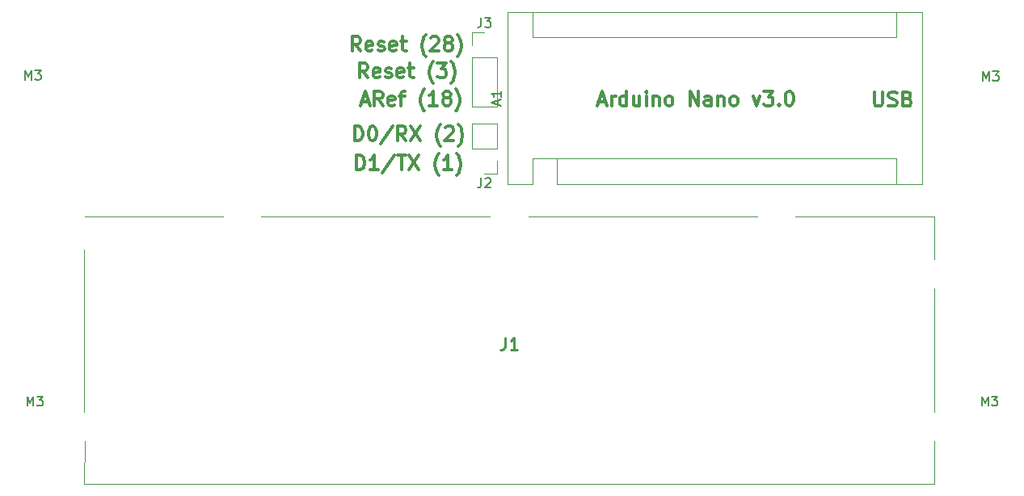
<source format=gbr>
G04 #@! TF.GenerationSoftware,KiCad,Pcbnew,(5.1.4)-1*
G04 #@! TF.CreationDate,2023-02-10T17:26:26+00:00*
G04 #@! TF.ProjectId,PIR InterfaceBoard,50495220-496e-4746-9572-66616365426f,rev?*
G04 #@! TF.SameCoordinates,Original*
G04 #@! TF.FileFunction,Legend,Top*
G04 #@! TF.FilePolarity,Positive*
%FSLAX46Y46*%
G04 Gerber Fmt 4.6, Leading zero omitted, Abs format (unit mm)*
G04 Created by KiCad (PCBNEW (5.1.4)-1) date 2023-02-10 17:26:26*
%MOMM*%
%LPD*%
G04 APERTURE LIST*
%ADD10C,0.300000*%
%ADD11C,0.100000*%
%ADD12C,0.120000*%
%ADD13C,0.254000*%
%ADD14C,0.150000*%
G04 APERTURE END LIST*
D10*
X177939142Y-61345071D02*
X177939142Y-62559357D01*
X178010571Y-62702214D01*
X178082000Y-62773642D01*
X178224857Y-62845071D01*
X178510571Y-62845071D01*
X178653428Y-62773642D01*
X178724857Y-62702214D01*
X178796285Y-62559357D01*
X178796285Y-61345071D01*
X179439142Y-62773642D02*
X179653428Y-62845071D01*
X180010571Y-62845071D01*
X180153428Y-62773642D01*
X180224857Y-62702214D01*
X180296285Y-62559357D01*
X180296285Y-62416500D01*
X180224857Y-62273642D01*
X180153428Y-62202214D01*
X180010571Y-62130785D01*
X179724857Y-62059357D01*
X179582000Y-61987928D01*
X179510571Y-61916500D01*
X179439142Y-61773642D01*
X179439142Y-61630785D01*
X179510571Y-61487928D01*
X179582000Y-61416500D01*
X179724857Y-61345071D01*
X180082000Y-61345071D01*
X180296285Y-61416500D01*
X181439142Y-62059357D02*
X181653428Y-62130785D01*
X181724857Y-62202214D01*
X181796285Y-62345071D01*
X181796285Y-62559357D01*
X181724857Y-62702214D01*
X181653428Y-62773642D01*
X181510571Y-62845071D01*
X180939142Y-62845071D01*
X180939142Y-61345071D01*
X181439142Y-61345071D01*
X181582000Y-61416500D01*
X181653428Y-61487928D01*
X181724857Y-61630785D01*
X181724857Y-61773642D01*
X181653428Y-61916500D01*
X181582000Y-61987928D01*
X181439142Y-62059357D01*
X180939142Y-62059357D01*
X149043714Y-62353000D02*
X149758000Y-62353000D01*
X148900857Y-62781571D02*
X149400857Y-61281571D01*
X149900857Y-62781571D01*
X150400857Y-62781571D02*
X150400857Y-61781571D01*
X150400857Y-62067285D02*
X150472285Y-61924428D01*
X150543714Y-61853000D01*
X150686571Y-61781571D01*
X150829428Y-61781571D01*
X151972285Y-62781571D02*
X151972285Y-61281571D01*
X151972285Y-62710142D02*
X151829428Y-62781571D01*
X151543714Y-62781571D01*
X151400857Y-62710142D01*
X151329428Y-62638714D01*
X151258000Y-62495857D01*
X151258000Y-62067285D01*
X151329428Y-61924428D01*
X151400857Y-61853000D01*
X151543714Y-61781571D01*
X151829428Y-61781571D01*
X151972285Y-61853000D01*
X153329428Y-61781571D02*
X153329428Y-62781571D01*
X152686571Y-61781571D02*
X152686571Y-62567285D01*
X152758000Y-62710142D01*
X152900857Y-62781571D01*
X153115142Y-62781571D01*
X153258000Y-62710142D01*
X153329428Y-62638714D01*
X154043714Y-62781571D02*
X154043714Y-61781571D01*
X154043714Y-61281571D02*
X153972285Y-61353000D01*
X154043714Y-61424428D01*
X154115142Y-61353000D01*
X154043714Y-61281571D01*
X154043714Y-61424428D01*
X154758000Y-61781571D02*
X154758000Y-62781571D01*
X154758000Y-61924428D02*
X154829428Y-61853000D01*
X154972285Y-61781571D01*
X155186571Y-61781571D01*
X155329428Y-61853000D01*
X155400857Y-61995857D01*
X155400857Y-62781571D01*
X156329428Y-62781571D02*
X156186571Y-62710142D01*
X156115142Y-62638714D01*
X156043714Y-62495857D01*
X156043714Y-62067285D01*
X156115142Y-61924428D01*
X156186571Y-61853000D01*
X156329428Y-61781571D01*
X156543714Y-61781571D01*
X156686571Y-61853000D01*
X156758000Y-61924428D01*
X156829428Y-62067285D01*
X156829428Y-62495857D01*
X156758000Y-62638714D01*
X156686571Y-62710142D01*
X156543714Y-62781571D01*
X156329428Y-62781571D01*
X158615142Y-62781571D02*
X158615142Y-61281571D01*
X159472285Y-62781571D01*
X159472285Y-61281571D01*
X160829428Y-62781571D02*
X160829428Y-61995857D01*
X160758000Y-61853000D01*
X160615142Y-61781571D01*
X160329428Y-61781571D01*
X160186571Y-61853000D01*
X160829428Y-62710142D02*
X160686571Y-62781571D01*
X160329428Y-62781571D01*
X160186571Y-62710142D01*
X160115142Y-62567285D01*
X160115142Y-62424428D01*
X160186571Y-62281571D01*
X160329428Y-62210142D01*
X160686571Y-62210142D01*
X160829428Y-62138714D01*
X161543714Y-61781571D02*
X161543714Y-62781571D01*
X161543714Y-61924428D02*
X161615142Y-61853000D01*
X161758000Y-61781571D01*
X161972285Y-61781571D01*
X162115142Y-61853000D01*
X162186571Y-61995857D01*
X162186571Y-62781571D01*
X163115142Y-62781571D02*
X162972285Y-62710142D01*
X162900857Y-62638714D01*
X162829428Y-62495857D01*
X162829428Y-62067285D01*
X162900857Y-61924428D01*
X162972285Y-61853000D01*
X163115142Y-61781571D01*
X163329428Y-61781571D01*
X163472285Y-61853000D01*
X163543714Y-61924428D01*
X163615142Y-62067285D01*
X163615142Y-62495857D01*
X163543714Y-62638714D01*
X163472285Y-62710142D01*
X163329428Y-62781571D01*
X163115142Y-62781571D01*
X165258000Y-61781571D02*
X165615142Y-62781571D01*
X165972285Y-61781571D01*
X166400857Y-61281571D02*
X167329428Y-61281571D01*
X166829428Y-61853000D01*
X167043714Y-61853000D01*
X167186571Y-61924428D01*
X167258000Y-61995857D01*
X167329428Y-62138714D01*
X167329428Y-62495857D01*
X167258000Y-62638714D01*
X167186571Y-62710142D01*
X167043714Y-62781571D01*
X166615142Y-62781571D01*
X166472285Y-62710142D01*
X166400857Y-62638714D01*
X167972285Y-62638714D02*
X168043714Y-62710142D01*
X167972285Y-62781571D01*
X167900857Y-62710142D01*
X167972285Y-62638714D01*
X167972285Y-62781571D01*
X168972285Y-61281571D02*
X169115142Y-61281571D01*
X169258000Y-61353000D01*
X169329428Y-61424428D01*
X169400857Y-61567285D01*
X169472285Y-61853000D01*
X169472285Y-62210142D01*
X169400857Y-62495857D01*
X169329428Y-62638714D01*
X169258000Y-62710142D01*
X169115142Y-62781571D01*
X168972285Y-62781571D01*
X168829428Y-62710142D01*
X168758000Y-62638714D01*
X168686571Y-62495857D01*
X168615142Y-62210142D01*
X168615142Y-61853000D01*
X168686571Y-61567285D01*
X168758000Y-61424428D01*
X168829428Y-61353000D01*
X168972285Y-61281571D01*
X124234428Y-62353000D02*
X124948714Y-62353000D01*
X124091571Y-62781571D02*
X124591571Y-61281571D01*
X125091571Y-62781571D01*
X126448714Y-62781571D02*
X125948714Y-62067285D01*
X125591571Y-62781571D02*
X125591571Y-61281571D01*
X126163000Y-61281571D01*
X126305857Y-61353000D01*
X126377285Y-61424428D01*
X126448714Y-61567285D01*
X126448714Y-61781571D01*
X126377285Y-61924428D01*
X126305857Y-61995857D01*
X126163000Y-62067285D01*
X125591571Y-62067285D01*
X127663000Y-62710142D02*
X127520142Y-62781571D01*
X127234428Y-62781571D01*
X127091571Y-62710142D01*
X127020142Y-62567285D01*
X127020142Y-61995857D01*
X127091571Y-61853000D01*
X127234428Y-61781571D01*
X127520142Y-61781571D01*
X127663000Y-61853000D01*
X127734428Y-61995857D01*
X127734428Y-62138714D01*
X127020142Y-62281571D01*
X128163000Y-61781571D02*
X128734428Y-61781571D01*
X128377285Y-62781571D02*
X128377285Y-61495857D01*
X128448714Y-61353000D01*
X128591571Y-61281571D01*
X128734428Y-61281571D01*
X130805857Y-63353000D02*
X130734428Y-63281571D01*
X130591571Y-63067285D01*
X130520142Y-62924428D01*
X130448714Y-62710142D01*
X130377285Y-62353000D01*
X130377285Y-62067285D01*
X130448714Y-61710142D01*
X130520142Y-61495857D01*
X130591571Y-61353000D01*
X130734428Y-61138714D01*
X130805857Y-61067285D01*
X132163000Y-62781571D02*
X131305857Y-62781571D01*
X131734428Y-62781571D02*
X131734428Y-61281571D01*
X131591571Y-61495857D01*
X131448714Y-61638714D01*
X131305857Y-61710142D01*
X133020142Y-61924428D02*
X132877285Y-61853000D01*
X132805857Y-61781571D01*
X132734428Y-61638714D01*
X132734428Y-61567285D01*
X132805857Y-61424428D01*
X132877285Y-61353000D01*
X133020142Y-61281571D01*
X133305857Y-61281571D01*
X133448714Y-61353000D01*
X133520142Y-61424428D01*
X133591571Y-61567285D01*
X133591571Y-61638714D01*
X133520142Y-61781571D01*
X133448714Y-61853000D01*
X133305857Y-61924428D01*
X133020142Y-61924428D01*
X132877285Y-61995857D01*
X132805857Y-62067285D01*
X132734428Y-62210142D01*
X132734428Y-62495857D01*
X132805857Y-62638714D01*
X132877285Y-62710142D01*
X133020142Y-62781571D01*
X133305857Y-62781571D01*
X133448714Y-62710142D01*
X133520142Y-62638714D01*
X133591571Y-62495857D01*
X133591571Y-62210142D01*
X133520142Y-62067285D01*
X133448714Y-61995857D01*
X133305857Y-61924428D01*
X134091571Y-63353000D02*
X134163000Y-63281571D01*
X134305857Y-63067285D01*
X134377285Y-62924428D01*
X134448714Y-62710142D01*
X134520142Y-62353000D01*
X134520142Y-62067285D01*
X134448714Y-61710142D01*
X134377285Y-61495857D01*
X134305857Y-61353000D01*
X134163000Y-61138714D01*
X134091571Y-61067285D01*
X124889142Y-59860571D02*
X124389142Y-59146285D01*
X124032000Y-59860571D02*
X124032000Y-58360571D01*
X124603428Y-58360571D01*
X124746285Y-58432000D01*
X124817714Y-58503428D01*
X124889142Y-58646285D01*
X124889142Y-58860571D01*
X124817714Y-59003428D01*
X124746285Y-59074857D01*
X124603428Y-59146285D01*
X124032000Y-59146285D01*
X126103428Y-59789142D02*
X125960571Y-59860571D01*
X125674857Y-59860571D01*
X125532000Y-59789142D01*
X125460571Y-59646285D01*
X125460571Y-59074857D01*
X125532000Y-58932000D01*
X125674857Y-58860571D01*
X125960571Y-58860571D01*
X126103428Y-58932000D01*
X126174857Y-59074857D01*
X126174857Y-59217714D01*
X125460571Y-59360571D01*
X126746285Y-59789142D02*
X126889142Y-59860571D01*
X127174857Y-59860571D01*
X127317714Y-59789142D01*
X127389142Y-59646285D01*
X127389142Y-59574857D01*
X127317714Y-59432000D01*
X127174857Y-59360571D01*
X126960571Y-59360571D01*
X126817714Y-59289142D01*
X126746285Y-59146285D01*
X126746285Y-59074857D01*
X126817714Y-58932000D01*
X126960571Y-58860571D01*
X127174857Y-58860571D01*
X127317714Y-58932000D01*
X128603428Y-59789142D02*
X128460571Y-59860571D01*
X128174857Y-59860571D01*
X128032000Y-59789142D01*
X127960571Y-59646285D01*
X127960571Y-59074857D01*
X128032000Y-58932000D01*
X128174857Y-58860571D01*
X128460571Y-58860571D01*
X128603428Y-58932000D01*
X128674857Y-59074857D01*
X128674857Y-59217714D01*
X127960571Y-59360571D01*
X129103428Y-58860571D02*
X129674857Y-58860571D01*
X129317714Y-58360571D02*
X129317714Y-59646285D01*
X129389142Y-59789142D01*
X129532000Y-59860571D01*
X129674857Y-59860571D01*
X131746285Y-60432000D02*
X131674857Y-60360571D01*
X131532000Y-60146285D01*
X131460571Y-60003428D01*
X131389142Y-59789142D01*
X131317714Y-59432000D01*
X131317714Y-59146285D01*
X131389142Y-58789142D01*
X131460571Y-58574857D01*
X131532000Y-58432000D01*
X131674857Y-58217714D01*
X131746285Y-58146285D01*
X132174857Y-58360571D02*
X133103428Y-58360571D01*
X132603428Y-58932000D01*
X132817714Y-58932000D01*
X132960571Y-59003428D01*
X133032000Y-59074857D01*
X133103428Y-59217714D01*
X133103428Y-59574857D01*
X133032000Y-59717714D01*
X132960571Y-59789142D01*
X132817714Y-59860571D01*
X132389142Y-59860571D01*
X132246285Y-59789142D01*
X132174857Y-59717714D01*
X133603428Y-60432000D02*
X133674857Y-60360571D01*
X133817714Y-60146285D01*
X133889142Y-60003428D01*
X133960571Y-59789142D01*
X134032000Y-59432000D01*
X134032000Y-59146285D01*
X133960571Y-58789142D01*
X133889142Y-58574857D01*
X133817714Y-58432000D01*
X133674857Y-58217714D01*
X133603428Y-58146285D01*
X124111357Y-57066571D02*
X123611357Y-56352285D01*
X123254214Y-57066571D02*
X123254214Y-55566571D01*
X123825642Y-55566571D01*
X123968500Y-55638000D01*
X124039928Y-55709428D01*
X124111357Y-55852285D01*
X124111357Y-56066571D01*
X124039928Y-56209428D01*
X123968500Y-56280857D01*
X123825642Y-56352285D01*
X123254214Y-56352285D01*
X125325642Y-56995142D02*
X125182785Y-57066571D01*
X124897071Y-57066571D01*
X124754214Y-56995142D01*
X124682785Y-56852285D01*
X124682785Y-56280857D01*
X124754214Y-56138000D01*
X124897071Y-56066571D01*
X125182785Y-56066571D01*
X125325642Y-56138000D01*
X125397071Y-56280857D01*
X125397071Y-56423714D01*
X124682785Y-56566571D01*
X125968500Y-56995142D02*
X126111357Y-57066571D01*
X126397071Y-57066571D01*
X126539928Y-56995142D01*
X126611357Y-56852285D01*
X126611357Y-56780857D01*
X126539928Y-56638000D01*
X126397071Y-56566571D01*
X126182785Y-56566571D01*
X126039928Y-56495142D01*
X125968500Y-56352285D01*
X125968500Y-56280857D01*
X126039928Y-56138000D01*
X126182785Y-56066571D01*
X126397071Y-56066571D01*
X126539928Y-56138000D01*
X127825642Y-56995142D02*
X127682785Y-57066571D01*
X127397071Y-57066571D01*
X127254214Y-56995142D01*
X127182785Y-56852285D01*
X127182785Y-56280857D01*
X127254214Y-56138000D01*
X127397071Y-56066571D01*
X127682785Y-56066571D01*
X127825642Y-56138000D01*
X127897071Y-56280857D01*
X127897071Y-56423714D01*
X127182785Y-56566571D01*
X128325642Y-56066571D02*
X128897071Y-56066571D01*
X128539928Y-55566571D02*
X128539928Y-56852285D01*
X128611357Y-56995142D01*
X128754214Y-57066571D01*
X128897071Y-57066571D01*
X130968500Y-57638000D02*
X130897071Y-57566571D01*
X130754214Y-57352285D01*
X130682785Y-57209428D01*
X130611357Y-56995142D01*
X130539928Y-56638000D01*
X130539928Y-56352285D01*
X130611357Y-55995142D01*
X130682785Y-55780857D01*
X130754214Y-55638000D01*
X130897071Y-55423714D01*
X130968500Y-55352285D01*
X131468500Y-55709428D02*
X131539928Y-55638000D01*
X131682785Y-55566571D01*
X132039928Y-55566571D01*
X132182785Y-55638000D01*
X132254214Y-55709428D01*
X132325642Y-55852285D01*
X132325642Y-55995142D01*
X132254214Y-56209428D01*
X131397071Y-57066571D01*
X132325642Y-57066571D01*
X133182785Y-56209428D02*
X133039928Y-56138000D01*
X132968500Y-56066571D01*
X132897071Y-55923714D01*
X132897071Y-55852285D01*
X132968500Y-55709428D01*
X133039928Y-55638000D01*
X133182785Y-55566571D01*
X133468500Y-55566571D01*
X133611357Y-55638000D01*
X133682785Y-55709428D01*
X133754214Y-55852285D01*
X133754214Y-55923714D01*
X133682785Y-56066571D01*
X133611357Y-56138000D01*
X133468500Y-56209428D01*
X133182785Y-56209428D01*
X133039928Y-56280857D01*
X132968500Y-56352285D01*
X132897071Y-56495142D01*
X132897071Y-56780857D01*
X132968500Y-56923714D01*
X133039928Y-56995142D01*
X133182785Y-57066571D01*
X133468500Y-57066571D01*
X133611357Y-56995142D01*
X133682785Y-56923714D01*
X133754214Y-56780857D01*
X133754214Y-56495142D01*
X133682785Y-56352285D01*
X133611357Y-56280857D01*
X133468500Y-56209428D01*
X134254214Y-57638000D02*
X134325642Y-57566571D01*
X134468500Y-57352285D01*
X134539928Y-57209428D01*
X134611357Y-56995142D01*
X134682785Y-56638000D01*
X134682785Y-56352285D01*
X134611357Y-55995142D01*
X134539928Y-55780857D01*
X134468500Y-55638000D01*
X134325642Y-55423714D01*
X134254214Y-55352285D01*
X123694714Y-69512571D02*
X123694714Y-68012571D01*
X124051857Y-68012571D01*
X124266142Y-68084000D01*
X124409000Y-68226857D01*
X124480428Y-68369714D01*
X124551857Y-68655428D01*
X124551857Y-68869714D01*
X124480428Y-69155428D01*
X124409000Y-69298285D01*
X124266142Y-69441142D01*
X124051857Y-69512571D01*
X123694714Y-69512571D01*
X125980428Y-69512571D02*
X125123285Y-69512571D01*
X125551857Y-69512571D02*
X125551857Y-68012571D01*
X125409000Y-68226857D01*
X125266142Y-68369714D01*
X125123285Y-68441142D01*
X127694714Y-67941142D02*
X126409000Y-69869714D01*
X127980428Y-68012571D02*
X128837571Y-68012571D01*
X128409000Y-69512571D02*
X128409000Y-68012571D01*
X129194714Y-68012571D02*
X130194714Y-69512571D01*
X130194714Y-68012571D02*
X129194714Y-69512571D01*
X132337571Y-70084000D02*
X132266142Y-70012571D01*
X132123285Y-69798285D01*
X132051857Y-69655428D01*
X131980428Y-69441142D01*
X131909000Y-69084000D01*
X131909000Y-68798285D01*
X131980428Y-68441142D01*
X132051857Y-68226857D01*
X132123285Y-68084000D01*
X132266142Y-67869714D01*
X132337571Y-67798285D01*
X133694714Y-69512571D02*
X132837571Y-69512571D01*
X133266142Y-69512571D02*
X133266142Y-68012571D01*
X133123285Y-68226857D01*
X132980428Y-68369714D01*
X132837571Y-68441142D01*
X134194714Y-70084000D02*
X134266142Y-70012571D01*
X134409000Y-69798285D01*
X134480428Y-69655428D01*
X134551857Y-69441142D01*
X134623285Y-69084000D01*
X134623285Y-68798285D01*
X134551857Y-68441142D01*
X134480428Y-68226857D01*
X134409000Y-68084000D01*
X134266142Y-67869714D01*
X134194714Y-67798285D01*
X123516142Y-66464571D02*
X123516142Y-64964571D01*
X123873285Y-64964571D01*
X124087571Y-65036000D01*
X124230428Y-65178857D01*
X124301857Y-65321714D01*
X124373285Y-65607428D01*
X124373285Y-65821714D01*
X124301857Y-66107428D01*
X124230428Y-66250285D01*
X124087571Y-66393142D01*
X123873285Y-66464571D01*
X123516142Y-66464571D01*
X125301857Y-64964571D02*
X125444714Y-64964571D01*
X125587571Y-65036000D01*
X125659000Y-65107428D01*
X125730428Y-65250285D01*
X125801857Y-65536000D01*
X125801857Y-65893142D01*
X125730428Y-66178857D01*
X125659000Y-66321714D01*
X125587571Y-66393142D01*
X125444714Y-66464571D01*
X125301857Y-66464571D01*
X125159000Y-66393142D01*
X125087571Y-66321714D01*
X125016142Y-66178857D01*
X124944714Y-65893142D01*
X124944714Y-65536000D01*
X125016142Y-65250285D01*
X125087571Y-65107428D01*
X125159000Y-65036000D01*
X125301857Y-64964571D01*
X127516142Y-64893142D02*
X126230428Y-66821714D01*
X128873285Y-66464571D02*
X128373285Y-65750285D01*
X128016142Y-66464571D02*
X128016142Y-64964571D01*
X128587571Y-64964571D01*
X128730428Y-65036000D01*
X128801857Y-65107428D01*
X128873285Y-65250285D01*
X128873285Y-65464571D01*
X128801857Y-65607428D01*
X128730428Y-65678857D01*
X128587571Y-65750285D01*
X128016142Y-65750285D01*
X129373285Y-64964571D02*
X130373285Y-66464571D01*
X130373285Y-64964571D02*
X129373285Y-66464571D01*
X132516142Y-67036000D02*
X132444714Y-66964571D01*
X132301857Y-66750285D01*
X132230428Y-66607428D01*
X132159000Y-66393142D01*
X132087571Y-66036000D01*
X132087571Y-65750285D01*
X132159000Y-65393142D01*
X132230428Y-65178857D01*
X132301857Y-65036000D01*
X132444714Y-64821714D01*
X132516142Y-64750285D01*
X133016142Y-65107428D02*
X133087571Y-65036000D01*
X133230428Y-64964571D01*
X133587571Y-64964571D01*
X133730428Y-65036000D01*
X133801857Y-65107428D01*
X133873285Y-65250285D01*
X133873285Y-65393142D01*
X133801857Y-65607428D01*
X132944714Y-66464571D01*
X133873285Y-66464571D01*
X134373285Y-67036000D02*
X134444714Y-66964571D01*
X134587571Y-66750285D01*
X134659000Y-66607428D01*
X134730428Y-66393142D01*
X134801857Y-66036000D01*
X134801857Y-65750285D01*
X134730428Y-65393142D01*
X134659000Y-65178857D01*
X134587571Y-65036000D01*
X134444714Y-64821714D01*
X134373285Y-64750285D01*
D11*
X95175000Y-77910000D02*
X95175000Y-94910000D01*
X109700000Y-74390000D02*
X95200000Y-74390000D01*
X137700000Y-74410000D02*
X113700000Y-74390000D01*
X165700000Y-74410000D02*
X141700000Y-74390000D01*
X184225000Y-74390000D02*
X169700000Y-74410000D01*
X184225000Y-78910000D02*
X184225000Y-74390000D01*
X184225000Y-94910000D02*
X184225000Y-81910000D01*
X184225000Y-102410000D02*
X184225000Y-97910000D01*
X95175000Y-102410000D02*
X184225000Y-102410000D01*
X95200000Y-97910000D02*
X95175000Y-102410000D01*
D12*
X139506500Y-52956000D02*
X139506500Y-70996000D01*
X182946500Y-52956000D02*
X139506500Y-52956000D01*
X182946500Y-70996000D02*
X182946500Y-52956000D01*
X180276500Y-68326000D02*
X180276500Y-70996000D01*
X144716500Y-68326000D02*
X180276500Y-68326000D01*
X144716500Y-68326000D02*
X144716500Y-70996000D01*
X180276500Y-55626000D02*
X180276500Y-52956000D01*
X142176500Y-55626000D02*
X180276500Y-55626000D01*
X142176500Y-55626000D02*
X142176500Y-52956000D01*
X139506500Y-70996000D02*
X142176500Y-70996000D01*
X144716500Y-70996000D02*
X182946500Y-70996000D01*
X142176500Y-68326000D02*
X142176500Y-70996000D01*
X144716500Y-68326000D02*
X142176500Y-68326000D01*
X135766500Y-55121500D02*
X137096500Y-55121500D01*
X135766500Y-56451500D02*
X135766500Y-55121500D01*
X135766500Y-57721500D02*
X138426500Y-57721500D01*
X138426500Y-57721500D02*
X138426500Y-62861500D01*
X135766500Y-57721500D02*
X135766500Y-62861500D01*
X135766500Y-62861500D02*
X138426500Y-62861500D01*
X138426500Y-69910000D02*
X137096500Y-69910000D01*
X138426500Y-68580000D02*
X138426500Y-69910000D01*
X138426500Y-67310000D02*
X135766500Y-67310000D01*
X135766500Y-67310000D02*
X135766500Y-64710000D01*
X138426500Y-67310000D02*
X138426500Y-64710000D01*
X138426500Y-64710000D02*
X135766500Y-64710000D01*
D13*
X139276666Y-87090523D02*
X139276666Y-87997666D01*
X139216190Y-88179095D01*
X139095238Y-88300047D01*
X138913809Y-88360523D01*
X138792857Y-88360523D01*
X140546666Y-88360523D02*
X139820952Y-88360523D01*
X140183809Y-88360523D02*
X140183809Y-87090523D01*
X140062857Y-87271952D01*
X139941904Y-87392904D01*
X139820952Y-87453380D01*
D14*
X189309476Y-60205880D02*
X189309476Y-59205880D01*
X189642809Y-59920166D01*
X189976142Y-59205880D01*
X189976142Y-60205880D01*
X190357095Y-59205880D02*
X190976142Y-59205880D01*
X190642809Y-59586833D01*
X190785666Y-59586833D01*
X190880904Y-59634452D01*
X190928523Y-59682071D01*
X190976142Y-59777309D01*
X190976142Y-60015404D01*
X190928523Y-60110642D01*
X190880904Y-60158261D01*
X190785666Y-60205880D01*
X190499952Y-60205880D01*
X190404714Y-60158261D01*
X190357095Y-60110642D01*
X88979476Y-60078880D02*
X88979476Y-59078880D01*
X89312809Y-59793166D01*
X89646142Y-59078880D01*
X89646142Y-60078880D01*
X90027095Y-59078880D02*
X90646142Y-59078880D01*
X90312809Y-59459833D01*
X90455666Y-59459833D01*
X90550904Y-59507452D01*
X90598523Y-59555071D01*
X90646142Y-59650309D01*
X90646142Y-59888404D01*
X90598523Y-59983642D01*
X90550904Y-60031261D01*
X90455666Y-60078880D01*
X90169952Y-60078880D01*
X90074714Y-60031261D01*
X90027095Y-59983642D01*
X189190476Y-94252380D02*
X189190476Y-93252380D01*
X189523809Y-93966666D01*
X189857142Y-93252380D01*
X189857142Y-94252380D01*
X190238095Y-93252380D02*
X190857142Y-93252380D01*
X190523809Y-93633333D01*
X190666666Y-93633333D01*
X190761904Y-93680952D01*
X190809523Y-93728571D01*
X190857142Y-93823809D01*
X190857142Y-94061904D01*
X190809523Y-94157142D01*
X190761904Y-94204761D01*
X190666666Y-94252380D01*
X190380952Y-94252380D01*
X190285714Y-94204761D01*
X190238095Y-94157142D01*
X89190476Y-94252380D02*
X89190476Y-93252380D01*
X89523809Y-93966666D01*
X89857142Y-93252380D01*
X89857142Y-94252380D01*
X90238095Y-93252380D02*
X90857142Y-93252380D01*
X90523809Y-93633333D01*
X90666666Y-93633333D01*
X90761904Y-93680952D01*
X90809523Y-93728571D01*
X90857142Y-93823809D01*
X90857142Y-94061904D01*
X90809523Y-94157142D01*
X90761904Y-94204761D01*
X90666666Y-94252380D01*
X90380952Y-94252380D01*
X90285714Y-94204761D01*
X90238095Y-94157142D01*
X138533166Y-62690285D02*
X138533166Y-62214095D01*
X138818880Y-62785523D02*
X137818880Y-62452190D01*
X138818880Y-62118857D01*
X138818880Y-61261714D02*
X138818880Y-61833142D01*
X138818880Y-61547428D02*
X137818880Y-61547428D01*
X137961738Y-61642666D01*
X138056976Y-61737904D01*
X138104595Y-61833142D01*
X136763166Y-53573880D02*
X136763166Y-54288166D01*
X136715547Y-54431023D01*
X136620309Y-54526261D01*
X136477452Y-54573880D01*
X136382214Y-54573880D01*
X137144119Y-53573880D02*
X137763166Y-53573880D01*
X137429833Y-53954833D01*
X137572690Y-53954833D01*
X137667928Y-54002452D01*
X137715547Y-54050071D01*
X137763166Y-54145309D01*
X137763166Y-54383404D01*
X137715547Y-54478642D01*
X137667928Y-54526261D01*
X137572690Y-54573880D01*
X137286976Y-54573880D01*
X137191738Y-54526261D01*
X137144119Y-54478642D01*
X136763166Y-70362380D02*
X136763166Y-71076666D01*
X136715547Y-71219523D01*
X136620309Y-71314761D01*
X136477452Y-71362380D01*
X136382214Y-71362380D01*
X137191738Y-70457619D02*
X137239357Y-70410000D01*
X137334595Y-70362380D01*
X137572690Y-70362380D01*
X137667928Y-70410000D01*
X137715547Y-70457619D01*
X137763166Y-70552857D01*
X137763166Y-70648095D01*
X137715547Y-70790952D01*
X137144119Y-71362380D01*
X137763166Y-71362380D01*
M02*

</source>
